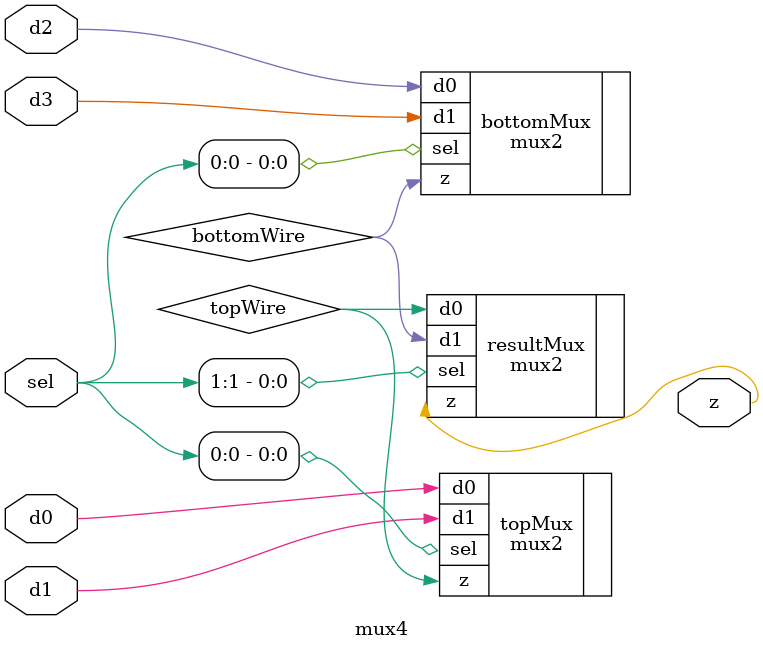
<source format=sv>
module mux4 (
    input logic d0,          // Data input 0
    input logic d1,          // Data input 1
    input logic d2,          // Data input 2
    input logic d3,          // Data input 3
    input logic [1:0] sel,   // Select input
    output logic z           // Output
);

	logic topWire, bottomWire;
	mux2 topMux(.d0(d0), .d1(d1), .sel(sel[0]), .z(topWire));
	mux2 bottomMux(.d0(d2), .d1(d3), .sel(sel[0]), .z(bottomWire));
	mux2 resultMux(.d0(topWire), .d1(bottomWire), .sel(sel[1]), .z(z));
	
endmodule

</source>
